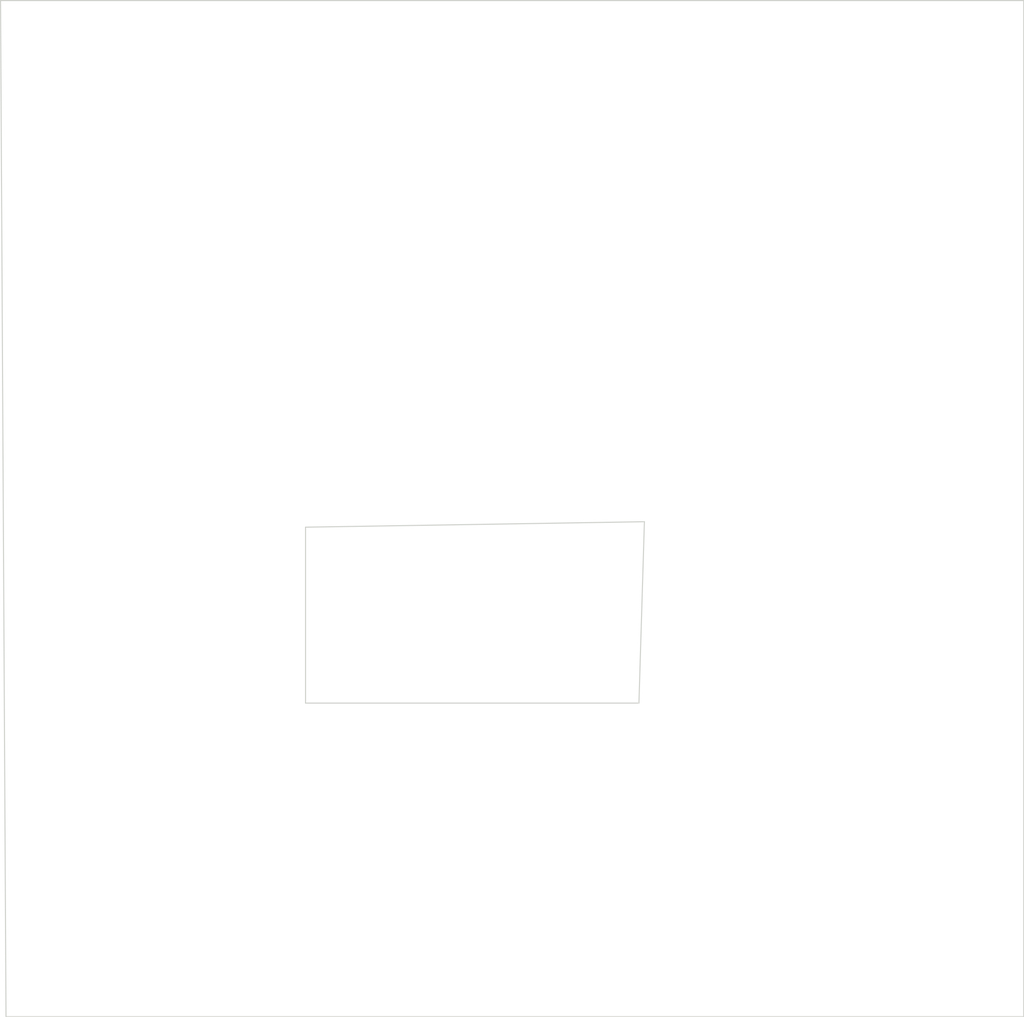
<source format=kicad_pcb>
(kicad_pcb (version 20171130) (host pcbnew "(5.1.2-181-gecadc8bbb)-1")

  (general
    (thickness 1.6)
    (drawings 8)
    (tracks 0)
    (zones 0)
    (modules 0)
    (nets 1)
  )

  (page A4)
  (layers
    (0 F.Cu signal)
    (31 B.Cu signal)
    (32 B.Adhes user)
    (33 F.Adhes user)
    (34 B.Paste user)
    (35 F.Paste user)
    (36 B.SilkS user)
    (37 F.SilkS user)
    (38 B.Mask user)
    (39 F.Mask user)
    (40 Dwgs.User user)
    (41 Cmts.User user)
    (42 Eco1.User user)
    (43 Eco2.User user)
    (44 Edge.Cuts user)
    (45 Margin user)
    (46 B.CrtYd user)
    (47 F.CrtYd user)
    (48 B.Fab user)
    (49 F.Fab user)
  )

  (setup
    (last_trace_width 0.25)
    (trace_clearance 0.2)
    (zone_clearance 0.508)
    (zone_45_only no)
    (trace_min 0.2)
    (via_size 0.8)
    (via_drill 0.4)
    (via_min_size 0.4)
    (via_min_drill 0.3)
    (uvia_size 0.3)
    (uvia_drill 0.1)
    (uvias_allowed no)
    (uvia_min_size 0.2)
    (uvia_min_drill 0.1)
    (edge_width 0.05)
    (segment_width 0.2)
    (pcb_text_width 0.3)
    (pcb_text_size 1.5 1.5)
    (mod_edge_width 0.12)
    (mod_text_size 1 1)
    (mod_text_width 0.15)
    (pad_size 1.524 1.524)
    (pad_drill 0.762)
    (pad_to_mask_clearance 0.051)
    (solder_mask_min_width 0.25)
    (aux_axis_origin 0 0)
    (visible_elements FFFFFF7F)
    (pcbplotparams
      (layerselection 0x010fc_ffffffff)
      (usegerberextensions false)
      (usegerberattributes false)
      (usegerberadvancedattributes false)
      (creategerberjobfile false)
      (excludeedgelayer true)
      (linewidth 0.100000)
      (plotframeref false)
      (viasonmask false)
      (mode 1)
      (useauxorigin false)
      (hpglpennumber 1)
      (hpglpenspeed 20)
      (hpglpendiameter 15.000000)
      (psnegative false)
      (psa4output false)
      (plotreference true)
      (plotvalue true)
      (plotinvisibletext false)
      (padsonsilk false)
      (subtractmaskfromsilk false)
      (outputformat 1)
      (mirror false)
      (drillshape 1)
      (scaleselection 1)
      (outputdirectory ""))
  )

  (net 0 "")

  (net_class Default "This is the default net class."
    (clearance 0.2)
    (trace_width 0.25)
    (via_dia 0.8)
    (via_drill 0.4)
    (uvia_dia 0.3)
    (uvia_drill 0.1)
  )

  (gr_line (start 104.7 112.4) (end 104.7 104.35) (layer Edge.Cuts) (width 0.05) (tstamp 5D3176BB))
  (gr_line (start 119.95 112.4) (end 104.7 112.4) (layer Edge.Cuts) (width 0.05))
  (gr_line (start 120.2 104.1) (end 119.95 112.4) (layer Edge.Cuts) (width 0.05))
  (gr_line (start 104.7 104.35) (end 120.2 104.1) (layer Edge.Cuts) (width 0.05))
  (gr_line (start 90.75 80.25) (end 91 126.75) (layer Edge.Cuts) (width 0.05) (tstamp 5D3176A2))
  (gr_line (start 137.55 80.25) (end 90.75 80.25) (layer Edge.Cuts) (width 0.05))
  (gr_line (start 137.55 126.75) (end 137.55 80.25) (layer Edge.Cuts) (width 0.05))
  (gr_line (start 91 126.75) (end 137.55 126.75) (layer Edge.Cuts) (width 0.05))

)

</source>
